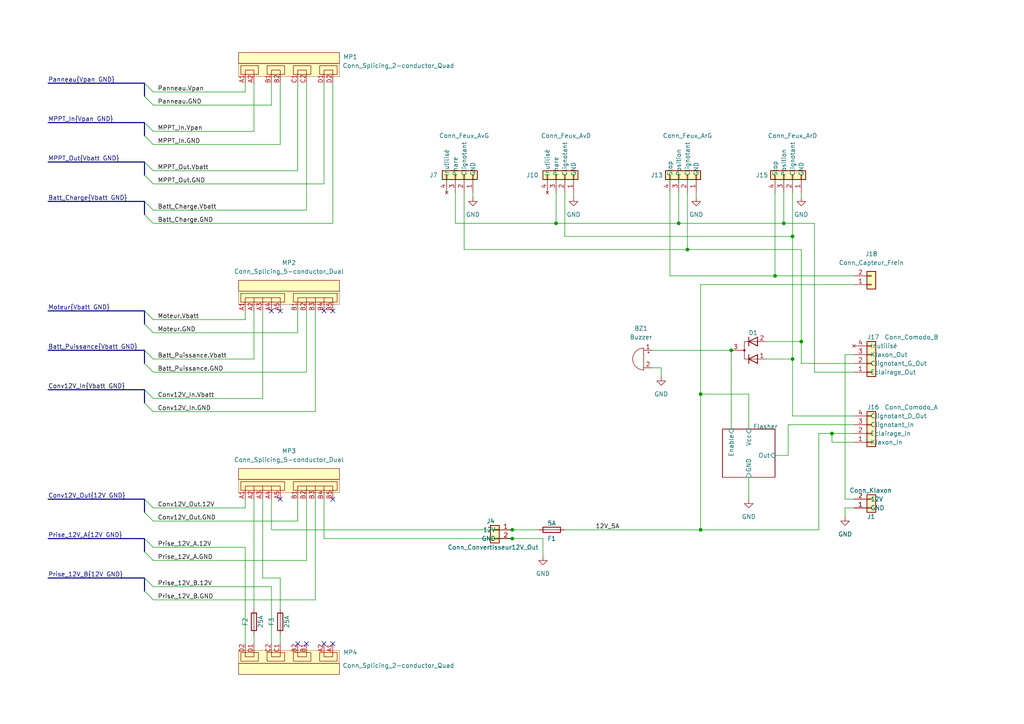
<source format=kicad_sch>
(kicad_sch (version 20211123) (generator eeschema)
  (paper "A4")
  (title_block (title "Boitier électrique vhéliotech") (date "2025-01-08") (company "Vélo solaire pour tous") (comment 1 "Licence CERN-OHL-S version 2"))
  (lib_symbols
    (symbol "Conn_Splicing_2-conductor_Quad_1"
      (property "Reference" "MP" (at 0.635 11.43 0))
      (property "Value" "Conn_Splicing_2-conductor_Quad_1" (at 1.27 -21.59 0))
      (symbol "Conn_Splicing_2-conductor_Quad_1_0_1"
        (rectangle (start -3.175 9.525) (end 0.635 -19.685) (stroke (width 0.01)) (fill (type background)))
        (rectangle (start -2.54 -13.97) (end 0 -19.05))
        (rectangle (start -2.54 -6.35) (end 0 -11.43))
        (rectangle (start -2.54 1.27) (end 0 -3.81))
        (rectangle (start -2.54 8.89) (end 0 3.81))
        (polyline (pts (xy -2.54 -15.24) (xy -1.27 -15.24) (xy -1.27 -17.78) (xy -2.54 -17.78)))
        (polyline (pts (xy -2.54 -7.62) (xy -1.27 -7.62) (xy -1.27 -10.16) (xy -2.54 -10.16)))
        (polyline (pts (xy -2.54 0) (xy -1.27 0) (xy -1.27 -2.54) (xy -2.54 -2.54)))
        (polyline (pts (xy -2.54 7.62) (xy -1.27 7.62) (xy -1.27 5.08) (xy -2.54 5.08)))
        (rectangle (start 0.635 9.525) (end 3.81 -19.685) (fill (type background)))
      )
      (symbol "Conn_Splicing_2-conductor_Quad_1_1_1"
        (pin passive line (at -5.08 7.62 0) (length 2.54) (name "") (number "A1"))
        (pin passive line (at -5.08 5.08 0) (length 2.54) (name "") (number "A2"))
        (pin passive line (at -5.08 0 0) (length 2.54) (name "") (number "B1"))
        (pin passive line (at -5.08 -2.54 0) (length 2.54) (name "") (number "B2"))
        (pin passive line (at -5.08 -7.62 0) (length 2.54) (name "") (number "C1"))
        (pin passive line (at -5.08 -10.16 0) (length 2.54) (name "") (number "C2"))
        (pin passive line (at -5.08 -15.24 0) (length 2.54) (name "") (number "D1"))
        (pin passive line (at -5.08 -17.78 0) (length 2.54) (name "") (number "D2"))
      )
    )
    (symbol "Conn_Splicing_5-conductor_Dual_1"
      (property "Reference" "MP" (at 0.635 11.43 0))
      (property "Value" "Conn_Splicing_5-conductor_Dual_1" (at 1.27 -21.59 0))
      (symbol "Conn_Splicing_5-conductor_Dual_1_0_1"
        (rectangle (start -3.175 9.525) (end 0.635 -19.685) (stroke (width 0.01)) (fill (type background)))
        (rectangle (start -2.54 -6.35) (end 0 -19.05))
        (rectangle (start -2.54 8.89) (end 0 -3.81))
        (polyline (pts (xy -1.27 -15.24) (xy -2.54 -15.24)))
        (polyline (pts (xy -1.27 -12.7) (xy -2.54 -12.7)))
        (polyline (pts (xy -1.27 -10.16) (xy -2.54 -10.16)))
        (polyline (pts (xy -1.27 0) (xy -2.54 0)))
        (polyline (pts (xy -1.27 2.54) (xy -2.54 2.54)))
        (polyline (pts (xy -1.27 5.08) (xy -2.54 5.08)))
        (polyline (pts (xy -2.54 -7.62) (xy -1.27 -7.62) (xy -1.27 -17.78) (xy -2.54 -17.78)))
        (polyline (pts (xy -2.54 7.62) (xy -1.27 7.62) (xy -1.27 -2.54) (xy -2.54 -2.54)))
        (rectangle (start 0.635 9.525) (end 3.81 -19.685) (fill (type background)))
      )
      (symbol "Conn_Splicing_5-conductor_Dual_1_1_1"
        (pin passive line (at -5.08 7.62 0) (length 2.54) (name "") (number "A1"))
        (pin passive line (at -5.08 5.08 0) (length 2.54) (name "") (number "A2"))
        (pin passive line (at -5.08 2.54 0) (length 2.54) (name "") (number "A3"))
        (pin passive line (at -5.08 0 0) (length 2.54) (name "") (number "A4"))
        (pin passive line (at -5.08 -2.54 0) (length 2.54) (name "") (number "A5"))
        (pin passive line (at -5.08 -7.62 0) (length 2.54) (name "") (number "B1"))
        (pin passive line (at -5.08 -10.16 0) (length 2.54) (name "") (number "B2"))
        (pin passive line (at -5.08 -12.7 0) (length 2.54) (name "") (number "B3"))
        (pin passive line (at -5.08 -15.24 0) (length 2.54) (name "") (number "B4"))
        (pin passive line (at -5.08 -17.78 0) (length 2.54) (name "") (number "B5"))
      )
    )
    (symbol "Connector_Generic:Conn_01x02" (pin_names (offset 1.016) hide)
      (property "Reference" "J" (at 0 2.54 0))
      (property "Value" "Conn_01x02" (at 0 -5.08 0))
      (symbol "Conn_01x02_1_1"
        (rectangle (start -1.27 -2.413) (end 0 -2.667) (stroke (width 0.1524)))
        (rectangle (start -1.27 0.127) (end 0 -0.127) (stroke (width 0.1524)))
        (rectangle (start -1.27 1.27) (end 1.27 -3.81) (stroke (width 0.254)) (fill (type background)))
        (pin passive line (at -5.08 0 0) (length 3.81) (name "Pin_1") (number "1"))
        (pin passive line (at -5.08 -2.54 0) (length 3.81) (name "Pin_2") (number "2"))
      )
    )
    (symbol "Device:Buzzer" (pin_names (offset 0.0254) hide)
      (property "Reference" "BZ" (at 3.81 1.27 0))
      (property "Value" "Buzzer" (at 3.81 -1.27 0))
      (symbol "Buzzer_0_1"
        (arc (start 0 -3.175) (mid 3.175 0) (end 0 3.175))
        (polyline (pts (xy -1.651 1.905) (xy -1.143 1.905)))
        (polyline (pts (xy -1.397 2.159) (xy -1.397 1.651)))
        (polyline (pts (xy 0 3.175) (xy 0 -3.175)))
      )
      (symbol "Buzzer_1_1"
        (pin passive line (at -2.54 2.54 0) (length 2.54) (name "-") (number "1"))
        (pin passive line (at -2.54 -2.54 0) (length 2.54) (name "+") (number "2"))
      )
    )
    (symbol "Device:D_Dual_CommonCathode_AAK_Parallel" (pin_names (offset 0.762) hide)
      (property "Reference" "D" (at 0 5.08 0))
      (property "Value" "D_Dual_CommonCathode_AAK_Parallel" (at 0 -5.08 0))
      (symbol "D_Dual_CommonCathode_AAK_Parallel_0_0"
        (polyline (pts (xy 0 -1.27) (xy 0 -3.81)) (stroke (width 0.254)))
        (polyline (pts (xy 0 1.27) (xy 0 3.81)) (stroke (width 0.254)))
      )
      (symbol "D_Dual_CommonCathode_AAK_Parallel_0_1"
        (polyline (pts (xy 1.27 0) (xy 2.54 0)))
        (polyline (pts (xy -2.54 -2.54) (xy 1.27 -2.54) (xy 1.27 2.54) (xy -2.54 2.54)))
        (polyline (pts (xy -2.54 -1.27) (xy 0 -2.54) (xy -2.54 -3.81) (xy -2.54 -1.27) (xy -2.54 -1.27) (xy -2.54 -1.27)) (stroke (width 0.254)))
        (polyline (pts (xy -2.54 3.81) (xy 0 2.54) (xy -2.54 1.27) (xy -2.54 3.81) (xy -2.54 3.81) (xy -2.54 3.81)) (stroke (width 0.254)))
        (circle (center 1.27 0) (radius 0.254) (fill (type outline)))
        (pin passive line (at -5.08 2.54 0) (length 2.54) (name "K") (number "1"))
        (pin passive line (at -5.08 -2.54 0) (length 2.54) (name "K") (number "2"))
        (pin passive line (at 5.08 0 180) (length 2.54) (name "A") (number "3"))
      )
    )
    (symbol "circuit:Conn_Comodo_A" (pin_names (offset 1.016))
      (property "Reference" "J" (at 0 5.08 0))
      (property "Value" "Conn_Comodo_A" (at 0 -7.62 0))
      (symbol "Conn_Comodo_A_1_1"
        (rectangle (start -1.27 -4.953) (end 0 -5.207) (stroke (width 0.1524)))
        (rectangle (start -1.27 -2.413) (end 0 -2.667) (stroke (width 0.1524)))
        (rectangle (start -1.27 0.127) (end 0 -0.127) (stroke (width 0.1524)))
        (rectangle (start -1.27 2.667) (end 0 2.413) (stroke (width 0.1524)))
        (rectangle (start -1.27 3.81) (end 1.27 -6.35) (stroke (width 0.254)) (fill (type background)))
        (pin passive line (at -5.08 2.54 0) (length 3.81) (name "Klaxon_In") (number "1"))
        (pin passive line (at -5.08 0 0) (length 3.81) (name "Eclairage_In") (number "2"))
        (pin passive line (at -5.08 -2.54 0) (length 3.81) (name "Clignotant_In") (number "3"))
        (pin passive line (at -5.08 -5.08 0) (length 3.81) (name "Clignotant_D_Out") (number "4"))
      )
    )
    (symbol "circuit:Conn_Comodo_B" (pin_names (offset 1.016))
      (property "Reference" "J" (at 0 5.08 0))
      (property "Value" "Conn_Comodo_B" (at 0 -7.62 0))
      (symbol "Conn_Comodo_B_1_1"
        (rectangle (start -1.27 -4.953) (end 0 -5.207) (stroke (width 0.1524)))
        (rectangle (start -1.27 -2.413) (end 0 -2.667) (stroke (width 0.1524)))
        (rectangle (start -1.27 0.127) (end 0 -0.127) (stroke (width 0.1524)))
        (rectangle (start -1.27 2.667) (end 0 2.413) (stroke (width 0.1524)))
        (rectangle (start -1.27 3.81) (end 1.27 -6.35) (stroke (width 0.254)) (fill (type background)))
        (pin passive line (at -5.08 2.54 0) (length 3.81) (name "Eclairage_Out") (number "1"))
        (pin passive line (at -5.08 0 0) (length 3.81) (name "Clignotant_G_Out") (number "2"))
        (pin passive line (at -5.08 -2.54 0) (length 3.81) (name "Klaxon_Out") (number "3"))
        (pin no_connect line (at -5.08 -5.08 0) (length 3.81) (name "Inutilisé") (number "4"))
      )
    )
    (symbol "circuit:Conn_Convertisseur12V_Out" (pin_names (offset 1.016))
      (property "Reference" "J" (at 0 2.54 0))
      (property "Value" "Conn_Convertisseur12V_Out" (at 0 -5.08 0))
      (symbol "Conn_Convertisseur12V_Out_1_1"
        (rectangle (start -1.27 -2.413) (end 0 -2.667) (stroke (width 0.1524)))
        (rectangle (start -1.27 0.127) (end 0 -0.127) (stroke (width 0.1524)))
        (rectangle (start -1.27 1.27) (end 1.27 -3.81) (stroke (width 0.254)) (fill (type background)))
        (pin power_out line (at -5.08 0 0) (length 3.81) (name "12V") (number "1"))
        (pin power_out line (at -5.08 -2.54 0) (length 3.81) (name "GND") (number "2"))
      )
    )
    (symbol "circuit:Conn_Feux_Arriere" (pin_names (offset 1.016))
      (property "Reference" "J" (at 0 5.08 0))
      (property "Value" "Conn_Feux_Arriere" (at 0 -7.62 0))
      (symbol "Conn_Feux_Arriere_1_1"
        (rectangle (start -1.27 -4.953) (end 0 -5.207) (stroke (width 0.1524)))
        (rectangle (start -1.27 -2.413) (end 0 -2.667) (stroke (width 0.1524)))
        (rectangle (start -1.27 0.127) (end 0 -0.127) (stroke (width 0.1524)))
        (rectangle (start -1.27 2.667) (end 0 2.413) (stroke (width 0.1524)))
        (rectangle (start -1.27 3.81) (end 1.27 -6.35) (stroke (width 0.254)) (fill (type background)))
        (pin power_in line (at -5.08 2.54 0) (length 3.81) (name "GND") (number "1"))
        (pin passive line (at -5.08 0 0) (length 3.81) (name "Clignotant") (number "2"))
        (pin passive line (at -5.08 -2.54 0) (length 3.81) (name "Position") (number "3"))
        (pin passive line (at -5.08 -5.08 0) (length 3.81) (name "Stop") (number "4"))
      )
    )
    (symbol "circuit:Conn_Feux_Avant" (pin_names (offset 1.016))
      (property "Reference" "J" (at 0 5.08 0))
      (property "Value" "Conn_Feux_Avant" (at 0 -7.62 0))
      (symbol "Conn_Feux_Avant_1_1"
        (rectangle (start -1.27 -4.953) (end 0 -5.207) (stroke (width 0.1524)))
        (rectangle (start -1.27 -2.413) (end 0 -2.667) (stroke (width 0.1524)))
        (rectangle (start -1.27 0.127) (end 0 -0.127) (stroke (width 0.1524)))
        (rectangle (start -1.27 2.667) (end 0 2.413) (stroke (width 0.1524)))
        (rectangle (start -1.27 3.81) (end 1.27 -6.35) (stroke (width 0.254)) (fill (type background)))
        (pin power_in line (at -5.08 2.54 0) (length 3.81) (name "GND") (number "1"))
        (pin passive line (at -5.08 0 0) (length 3.81) (name "Clignotant") (number "2"))
        (pin passive line (at -5.08 -2.54 0) (length 3.81) (name "Phare") (number "3"))
        (pin no_connect line (at -5.08 -5.08 0) (length 3.81) (name "Inutilisé") (number "4"))
      )
    )
    (symbol "circuit:Conn_Klaxon" (pin_names (offset 1.016))
      (property "Reference" "J" (at 0 2.54 0))
      (property "Value" "Conn_Klaxon" (at 0 -5.08 0))
      (symbol "Conn_Klaxon_1_1"
        (rectangle (start -1.27 -2.413) (end 0 -2.667) (stroke (width 0.1524)))
        (rectangle (start -1.27 0.127) (end 0 -0.127) (stroke (width 0.1524)))
        (rectangle (start -1.27 1.27) (end 1.27 -3.81) (stroke (width 0.254)) (fill (type background)))
        (pin power_in line (at -5.08 0 0) (length 3.81) (name "GND") (number "1"))
        (pin passive line (at -5.08 -2.54 0) (length 3.81) (name "12V") (number "2"))
      )
    )
    (symbol "circuit:Conn_Splicing_2-conductor_Quad"
      (property "Reference" "MP" (at 0.635 11.43 0))
      (property "Value" "Conn_Splicing_2-conductor_Quad" (at 1.27 -21.59 0))
      (symbol "Conn_Splicing_2-conductor_Quad_0_1"
        (rectangle (start -3.175 9.525) (end 0.635 -19.685) (stroke (width 0.01)) (fill (type background)))
        (rectangle (start -2.54 -13.97) (end 0 -19.05))
        (rectangle (start -2.54 -6.35) (end 0 -11.43))
        (rectangle (start -2.54 1.27) (end 0 -3.81))
        (rectangle (start -2.54 8.89) (end 0 3.81))
        (polyline (pts (xy -2.54 -15.24) (xy -1.27 -15.24) (xy -1.27 -17.78) (xy -2.54 -17.78)))
        (polyline (pts (xy -2.54 -7.62) (xy -1.27 -7.62) (xy -1.27 -10.16) (xy -2.54 -10.16)))
        (polyline (pts (xy -2.54 0) (xy -1.27 0) (xy -1.27 -2.54) (xy -2.54 -2.54)))
        (polyline (pts (xy -2.54 7.62) (xy -1.27 7.62) (xy -1.27 5.08) (xy -2.54 5.08)))
        (rectangle (start 0.635 9.525) (end 3.81 -19.685) (fill (type background)))
      )
      (symbol "Conn_Splicing_2-conductor_Quad_1_1"
        (pin passive line (at -5.08 7.62 0) (length 2.54) (name "") (number "A1"))
        (pin passive line (at -5.08 5.08 0) (length 2.54) (name "") (number "A2"))
        (pin passive line (at -5.08 0 0) (length 2.54) (name "") (number "B1"))
        (pin passive line (at -5.08 -2.54 0) (length 2.54) (name "") (number "B2"))
        (pin passive line (at -5.08 -7.62 0) (length 2.54) (name "") (number "C1"))
        (pin passive line (at -5.08 -10.16 0) (length 2.54) (name "") (number "C2"))
        (pin passive line (at -5.08 -15.24 0) (length 2.54) (name "") (number "D1"))
        (pin passive line (at -5.08 -17.78 0) (length 2.54) (name "") (number "D2"))
      )
    )
    (symbol "circuit:Conn_Splicing_5-conductor_Dual"
      (property "Reference" "MP" (at 0.635 11.43 0))
      (property "Value" "Conn_Splicing_5-conductor_Dual" (at 1.27 -21.59 0))
      (symbol "Conn_Splicing_5-conductor_Dual_0_1"
        (rectangle (start -3.175 9.525) (end 0.635 -19.685) (stroke (width 0.01)) (fill (type background)))
        (rectangle (start -2.54 -6.35) (end 0 -19.05))
        (rectangle (start -2.54 8.89) (end 0 -3.81))
        (polyline (pts (xy -1.27 -15.24) (xy -2.54 -15.24)))
        (polyline (pts (xy -1.27 -12.7) (xy -2.54 -12.7)))
        (polyline (pts (xy -1.27 -10.16) (xy -2.54 -10.16)))
        (polyline (pts (xy -1.27 0) (xy -2.54 0)))
        (polyline (pts (xy -1.27 2.54) (xy -2.54 2.54)))
        (polyline (pts (xy -1.27 5.08) (xy -2.54 5.08)))
        (polyline (pts (xy -2.54 -7.62) (xy -1.27 -7.62) (xy -1.27 -17.78) (xy -2.54 -17.78)))
        (polyline (pts (xy -2.54 7.62) (xy -1.27 7.62) (xy -1.27 -2.54) (xy -2.54 -2.54)))
        (rectangle (start 0.635 9.525) (end 3.81 -19.685) (fill (type background)))
      )
      (symbol "Conn_Splicing_5-conductor_Dual_1_1"
        (pin passive line (at -5.08 7.62 0) (length 2.54) (name "") (number "A1"))
        (pin passive line (at -5.08 5.08 0) (length 2.54) (name "") (number "A2"))
        (pin passive line (at -5.08 2.54 0) (length 2.54) (name "") (number "A3"))
        (pin passive line (at -5.08 0 0) (length 2.54) (name "") (number "A4"))
        (pin passive line (at -5.08 -2.54 0) (length 2.54) (name "") (number "A5"))
        (pin passive line (at -5.08 -7.62 0) (length 2.54) (name "") (number "B1"))
        (pin passive line (at -5.08 -10.16 0) (length 2.54) (name "") (number "B2"))
        (pin passive line (at -5.08 -12.7 0) (length 2.54) (name "") (number "B3"))
        (pin passive line (at -5.08 -15.24 0) (length 2.54) (name "") (number "B4"))
        (pin passive line (at -5.08 -17.78 0) (length 2.54) (name "") (number "B5"))
      )
    )
    (symbol "circuit:Fuse" (pin_numbers hide) (pin_names (offset 0))
      (property "Reference" "F" (at 2.032 0 90))
      (property "Value" "Fuse" (at -1.905 0 90))
      (symbol "Fuse_0_1"
        (rectangle (start -0.762 -2.54) (end 0.762 2.54) (stroke (width 0.254)))
        (polyline (pts (xy 0 2.54) (xy 0 -2.54)))
      )
      (symbol "Fuse_1_1"
        (pin passive line (at 0 3.81 270) (length 1.27) (name "~") (number "1"))
        (pin passive line (at 0 -3.81 90) (length 1.27) (name "~") (number "2"))
      )
    )
    (symbol "power:GND" (power) (pin_names (offset 0))
      (property "Value" "GND" (at 0 -3.81 0))
      (symbol "GND_0_1"
        (polyline (pts (xy 0 0) (xy 0 -1.27) (xy 1.27 -1.27) (xy 0 -2.54) (xy -1.27 -1.27) (xy 0 -1.27)))
      )
      (symbol "GND_1_1"
        (pin power_in line (at 0 0 270) (length 0) hide (name "GND") (number "1"))
      )
    )
  )
  (junction (at 148.59 156.21))
  (junction (at 199.39 72.39))
  (junction (at 161.29 64.77))
  (junction (at 196.85 64.77))
  (junction (at 224.79 80.01))
  (junction (at 241.3 125.73))
  (junction (at 229.87 104.14))
  (junction (at 212.09 101.6))
  (junction (at 203.2 114.3))
  (junction (at 227.33 64.77))
  (junction (at 229.87 68.58))
  (junction (at 203.2 153.67))
  (junction (at 148.59 153.67))
  (junction (at 232.41 99.06))
  (no_connect (at 96.52 186.69))
  (no_connect (at 93.98 90.17))
  (no_connect (at 96.52 144.78))
  (no_connect (at 96.52 90.17))
  (no_connect (at 78.74 90.17))
  (no_connect (at 88.9 186.69))
  (no_connect (at 93.98 186.69))
  (no_connect (at 86.36 186.69))
  (no_connect (at 81.28 144.78))
  (no_connect (at 81.28 90.17))
  (bus_entry (at 41.91 35.56) (size 2.54 2.54))
  (bus_entry (at 41.91 105.41) (size 2.54 2.54))
  (bus_entry (at 41.91 144.78) (size 2.54 2.54))
  (bus_entry (at 41.91 58.42) (size 2.54 2.54))
  (bus_entry (at 41.91 116.84) (size 2.54 2.54))
  (bus_entry (at 41.91 62.23) (size 2.54 2.54))
  (bus_entry (at 41.91 24.13) (size 2.54 2.54))
  (bus_entry (at 41.91 50.8) (size 2.54 2.54))
  (bus_entry (at 41.91 167.64) (size 2.54 2.54))
  (bus_entry (at 41.91 46.99) (size 2.54 2.54))
  (bus_entry (at 41.91 156.21) (size 2.54 2.54))
  (bus_entry (at 41.91 93.98) (size 2.54 2.54))
  (bus_entry (at 41.91 113.03) (size 2.54 2.54))
  (bus_entry (at 41.91 171.45) (size 2.54 2.54))
  (bus_entry (at 41.91 90.17) (size 2.54 2.54))
  (bus_entry (at 41.91 148.59) (size 2.54 2.54))
  (bus_entry (at 41.91 27.94) (size 2.54 2.54))
  (bus_entry (at 41.91 160.02) (size 2.54 2.54))
  (bus_entry (at 41.91 101.6) (size 2.54 2.54))
  (bus_entry (at 41.91 39.37) (size 2.54 2.54))
  (wire (pts (xy 189.23 101.6) (xy 212.09 101.6)))
  (wire (pts (xy 217.17 138.43) (xy 217.17 144.78)))
  (wire (pts (xy 71.12 147.32) (xy 71.12 144.78)))
  (wire (pts (xy 247.65 147.32) (xy 245.11 147.32)))
  (bus (pts (xy 41.91 35.56) (xy 41.91 39.37)))
  (wire (pts (xy 88.9 162.56) (xy 88.9 144.78)))
  (wire (pts (xy 228.6 123.19) (xy 228.6 132.08)))
  (wire (pts (xy 222.25 99.06) (xy 232.41 99.06)))
  (wire (pts (xy 245.11 102.87) (xy 245.11 144.78)))
  (wire (pts (xy 161.29 64.77) (xy 132.08 64.77)))
  (bus (pts (xy 13.97 24.13) (xy 41.91 24.13)))
  (wire (pts (xy 44.45 162.56) (xy 88.9 162.56)))
  (bus (pts (xy 41.91 144.78) (xy 41.91 148.59)))
  (wire (pts (xy 44.45 158.75) (xy 71.12 158.75)))
  (wire (pts (xy 227.33 55.88) (xy 227.33 64.77)))
  (wire (pts (xy 44.45 170.18) (xy 78.74 170.18)))
  (wire (pts (xy 199.39 55.88) (xy 199.39 72.39)))
  (wire (pts (xy 88.9 60.96) (xy 88.9 24.13)))
  (wire (pts (xy 229.87 68.58) (xy 163.83 68.58)))
  (wire (pts (xy 44.45 147.32) (xy 71.12 147.32)))
  (wire (pts (xy 73.66 144.78) (xy 73.66 176.53)))
  (wire (pts (xy 237.49 153.67) (xy 237.49 125.73)))
  (wire (pts (xy 81.28 167.64) (xy 81.28 176.53)))
  (wire (pts (xy 44.45 30.48) (xy 78.74 30.48)))
  (wire (pts (xy 137.16 55.88) (xy 137.16 57.15)))
  (wire (pts (xy 161.29 55.88) (xy 161.29 64.77)))
  (wire (pts (xy 241.3 128.27) (xy 241.3 125.73)))
  (wire (pts (xy 44.45 26.67) (xy 71.12 26.67)))
  (wire (pts (xy 71.12 92.71) (xy 71.12 90.17)))
  (wire (pts (xy 245.11 144.78) (xy 247.65 144.78)))
  (wire (pts (xy 86.36 96.52) (xy 86.36 90.17)))
  (wire (pts (xy 247.65 120.65) (xy 229.87 120.65)))
  (wire (pts (xy 91.44 173.99) (xy 91.44 144.78)))
  (bus (pts (xy 13.97 144.78) (xy 41.91 144.78)))
  (wire (pts (xy 78.74 186.69) (xy 78.74 170.18)))
  (bus (pts (xy 13.97 156.21) (xy 41.91 156.21)))
  (wire (pts (xy 203.2 114.3) (xy 217.17 114.3)))
  (bus (pts (xy 13.97 58.42) (xy 41.91 58.42)))
  (bus (pts (xy 13.97 35.56) (xy 41.91 35.56)))
  (wire (pts (xy 73.66 184.15) (xy 73.66 186.69)))
  (wire (pts (xy 247.65 80.01) (xy 224.79 80.01)))
  (wire (pts (xy 203.2 114.3) (xy 203.2 153.67)))
  (wire (pts (xy 224.79 80.01) (xy 224.79 55.88)))
  (wire (pts (xy 148.59 156.21) (xy 157.48 156.21)))
  (wire (pts (xy 163.83 153.67) (xy 203.2 153.67)))
  (wire (pts (xy 191.77 109.22) (xy 191.77 106.68)))
  (wire (pts (xy 201.93 55.88) (xy 201.93 57.15)))
  (wire (pts (xy 236.22 64.77) (xy 236.22 107.95)))
  (wire (pts (xy 81.28 184.15) (xy 81.28 186.69)))
  (wire (pts (xy 78.74 30.48) (xy 78.74 24.13)))
  (wire (pts (xy 78.74 153.67) (xy 78.74 144.78)))
  (wire (pts (xy 44.45 53.34) (xy 93.98 53.34)))
  (wire (pts (xy 194.31 80.01) (xy 194.31 55.88)))
  (wire (pts (xy 229.87 104.14) (xy 229.87 120.65)))
  (wire (pts (xy 228.6 123.19) (xy 247.65 123.19)))
  (wire (pts (xy 134.62 72.39) (xy 134.62 55.88)))
  (wire (pts (xy 245.11 102.87) (xy 247.65 102.87)))
  (wire (pts (xy 222.25 104.14) (xy 229.87 104.14)))
  (bus (pts (xy 13.97 113.03) (xy 41.91 113.03)))
  (bus (pts (xy 41.91 101.6) (xy 41.91 105.41)))
  (bus (pts (xy 41.91 46.99) (xy 41.91 50.8)))
  (wire (pts (xy 88.9 107.95) (xy 88.9 90.17)))
  (wire (pts (xy 212.09 101.6) (xy 212.09 124.46)))
  (bus (pts (xy 41.91 24.13) (xy 41.91 27.94)))
  (wire (pts (xy 86.36 151.13) (xy 86.36 144.78)))
  (wire (pts (xy 44.45 107.95) (xy 88.9 107.95)))
  (wire (pts (xy 76.2 144.78) (xy 76.2 167.64)))
  (wire (pts (xy 232.41 99.06) (xy 232.41 105.41)))
  (wire (pts (xy 203.2 82.55) (xy 247.65 82.55)))
  (wire (pts (xy 86.36 49.53) (xy 86.36 24.13)))
  (wire (pts (xy 148.59 153.67) (xy 78.74 153.67)))
  (wire (pts (xy 44.45 41.91) (xy 81.28 41.91)))
  (wire (pts (xy 237.49 125.73) (xy 241.3 125.73)))
  (wire (pts (xy 76.2 115.57) (xy 76.2 90.17)))
  (wire (pts (xy 161.29 64.77) (xy 196.85 64.77)))
  (wire (pts (xy 196.85 55.88) (xy 196.85 64.77)))
  (wire (pts (xy 93.98 156.21) (xy 93.98 144.78)))
  (wire (pts (xy 81.28 41.91) (xy 81.28 24.13)))
  (wire (pts (xy 203.2 82.55) (xy 203.2 114.3)))
  (bus (pts (xy 41.91 167.64) (xy 41.91 171.45)))
  (wire (pts (xy 44.45 119.38) (xy 91.44 119.38)))
  (wire (pts (xy 73.66 104.14) (xy 73.66 90.17)))
  (wire (pts (xy 44.45 64.77) (xy 96.52 64.77)))
  (wire (pts (xy 241.3 125.73) (xy 247.65 125.73)))
  (wire (pts (xy 44.45 151.13) (xy 86.36 151.13)))
  (wire (pts (xy 199.39 72.39) (xy 134.62 72.39)))
  (wire (pts (xy 247.65 128.27) (xy 241.3 128.27)))
  (wire (pts (xy 44.45 49.53) (xy 86.36 49.53)))
  (wire (pts (xy 91.44 119.38) (xy 91.44 90.17)))
  (wire (pts (xy 44.45 115.57) (xy 76.2 115.57)))
  (wire (pts (xy 157.48 156.21) (xy 157.48 161.29)))
  (wire (pts (xy 232.41 72.39) (xy 232.41 99.06)))
  (wire (pts (xy 245.11 147.32) (xy 245.11 149.86)))
  (wire (pts (xy 73.66 38.1) (xy 73.66 24.13)))
  (wire (pts (xy 203.2 153.67) (xy 237.49 153.67)))
  (wire (pts (xy 224.79 80.01) (xy 194.31 80.01)))
  (wire (pts (xy 163.83 68.58) (xy 163.83 55.88)))
  (wire (pts (xy 44.45 92.71) (xy 71.12 92.71)))
  (wire (pts (xy 71.12 26.67) (xy 71.12 24.13)))
  (bus (pts (xy 13.97 167.64) (xy 41.91 167.64)))
  (wire (pts (xy 236.22 107.95) (xy 247.65 107.95)))
  (wire (pts (xy 44.45 60.96) (xy 88.9 60.96)))
  (wire (pts (xy 44.45 96.52) (xy 86.36 96.52)))
  (bus (pts (xy 41.91 90.17) (xy 41.91 93.98)))
  (wire (pts (xy 229.87 68.58) (xy 229.87 104.14)))
  (wire (pts (xy 44.45 173.99) (xy 91.44 173.99)))
  (wire (pts (xy 96.52 64.77) (xy 96.52 24.13)))
  (bus (pts (xy 13.97 46.99) (xy 41.91 46.99)))
  (bus (pts (xy 13.97 101.6) (xy 41.91 101.6)))
  (wire (pts (xy 199.39 72.39) (xy 232.41 72.39)))
  (bus (pts (xy 41.91 58.42) (xy 41.91 62.23)))
  (wire (pts (xy 229.87 55.88) (xy 229.87 68.58)))
  (wire (pts (xy 166.37 55.88) (xy 166.37 57.15)))
  (wire (pts (xy 44.45 104.14) (xy 73.66 104.14)))
  (bus (pts (xy 41.91 156.21) (xy 41.91 160.02)))
  (wire (pts (xy 224.79 132.08) (xy 228.6 132.08)))
  (bus (pts (xy 13.97 90.17) (xy 41.91 90.17)))
  (wire (pts (xy 191.77 106.68) (xy 189.23 106.68)))
  (wire (pts (xy 232.41 105.41) (xy 247.65 105.41)))
  (wire (pts (xy 232.41 55.88) (xy 232.41 57.15)))
  (wire (pts (xy 44.45 38.1) (xy 73.66 38.1)))
  (wire (pts (xy 217.17 114.3) (xy 217.17 124.46)))
  (wire (pts (xy 196.85 64.77) (xy 227.33 64.77)))
  (wire (pts (xy 76.2 167.64) (xy 81.28 167.64)))
  (wire (pts (xy 148.59 156.21) (xy 93.98 156.21)))
  (wire (pts (xy 227.33 64.77) (xy 236.22 64.77)))
  (bus (pts (xy 41.91 113.03) (xy 41.91 116.84)))
  (wire (pts (xy 71.12 186.69) (xy 71.12 158.75)))
  (wire (pts (xy 148.59 153.67) (xy 156.21 153.67)))
  (wire (pts (xy 132.08 64.77) (xy 132.08 55.88)))
  (wire (pts (xy 93.98 53.34) (xy 93.98 24.13)))
  (label "Panneau.Vpan" (at 45.72 26.67 0))
  (label "Panneau.GND" (at 45.72 30.48 0))
  (label "Conv12V_In.Vbatt" (at 45.72 115.57 0))
  (label "Batt_Charge{Vbatt GND}" (at 13.97 58.42 0))
  (label "MPPT_Out{Vbatt GND}" (at 13.97 46.99 0))
  (label "Moteur.GND" (at 45.72 96.52 0))
  (label "Batt_Puissance.Vbatt" (at 45.72 104.14 0))
  (label "Panneau{Vpan GND}" (at 13.97 24.13 0))
  (label "Moteur.Vbatt" (at 45.72 92.71 0))
  (label "Conv12V_Out.GND" (at 45.72 151.13 0))
  (label "Batt_Charge.GND" (at 45.72 64.77 0))
  (label "Conv12V_Out{12V GND}" (at 13.97 144.78 0))
  (label "MPPT_In{Vpan GND}" (at 13.97 35.56 0))
  (label "Batt_Charge.Vbatt" (at 45.72 60.96 0))
  (label "Prise_12V_B{12V GND}" (at 13.97 167.64 0))
  (label "Conv12V_In{Vbatt GND}" (at 13.97 113.03 0))
  (label "Prise_12V_A.GND" (at 45.72 162.56 0))
  (label "MPPT_In.GND" (at 45.72 41.91 0))
  (label "12V_5A" (at 172.72 153.67 0))
  (label "Batt_Puissance.GND" (at 45.72 107.95 0))
  (label "Conv12V_In.GND" (at 45.72 119.38 0))
  (label "Batt_Puissance{Vbatt GND}" (at 13.97 101.6 0))
  (label "Prise_12V_A.12V" (at 45.72 158.75 0))
  (label "Moteur{Vbatt GND}" (at 13.97 90.17 0))
  (label "Prise_12V_A{12V GND}" (at 13.97 156.21 0))
  (label "Prise_12V_B.12V" (at 45.72 170.18 0))
  (label "MPPT_Out.GND" (at 45.72 53.34 0))
  (label "MPPT_Out.Vbatt" (at 45.72 49.53 0))
  (label "MPPT_In.Vpan" (at 45.72 38.1 0))
  (label "Conv12V_Out.12V" (at 45.72 147.32 0))
  (label "Prise_12V_B.GND" (at 45.72 173.99 0))
  (symbol (lib_id "power:GND") (at 245.11 149.86 0) (unit 1)
    (property "Reference" "#PWR0102" (effects hide))
    (property "Value" "GND" (at 245.11 154.94 0))
  )
  (symbol (lib_id "power:GND") (at 157.48 161.29 0) (unit 1)
    (property "Reference" "#PWR0107" (effects hide))
    (property "Value" "GND" (at 157.48 166.37 0))
  )
  (symbol (lib_id "circuit:Conn_Feux_Avant") (at 163.83 50.8 270) (mirror x) (unit 1)
    (property "Reference" "J10" (at 156.21 50.8 90) (effects (justify right)))
    (property "Value" "Conn_Feux_AvD" (at 171.45 39.37 90) (effects (justify right)))
    (property "Footprint" "circuit:Generic_HeaderSocket_1x04_P5.08mm_Vertical_Open" (effects hide))
  )
  (symbol (lib_id "circuit:Fuse") (at 73.66 180.34 180) (unit 1) (on_board no)
    (property "Reference" "F2" (at 71.12 180.34 90))
    (property "Value" "25A" (at 75.565 180.34 90))
    (property "Footprint" "circuit:Littelfuse_FuseHolder_FL1_178.6764.0001" (effects hide))
  )
  (symbol (lib_id "circuit:Conn_Klaxon") (at 252.73 147.32 0) (mirror x) (unit 1)
    (property "Reference" "J1" (at 251.46 149.86 0) (effects (justify left)))
    (property "Value" "Conn_Klaxon" (at 246.38 142.24 0) (effects (justify left)))
    (property "Footprint" "circuit:Generic_HeaderSocket_1x02_P5.08mm_Vertical_Open" (effects hide))
  )
  (symbol (lib_id "power:GND") (at 232.41 57.15 0) (unit 1)
    (property "Reference" "#PWR0103" (effects hide))
    (property "Value" "GND" (at 232.41 62.23 0))
  )
  (symbol (lib_id "circuit:Conn_Splicing_5-conductor_Dual") (at 78.74 85.09 90) (unit 1)
    (property "Reference" "MP2" (at 83.82 76.2 90))
    (property "Value" "Conn_Splicing_5-conductor_Dual" (at 83.82 78.74 90))
    (property "Footprint" "circuit:Wago_221-500_SplicingConnectorHolder" (effects hide))
  )
  (symbol (lib_id "circuit:Conn_Feux_Arriere") (at 199.39 50.8 270) (mirror x) (unit 1)
    (property "Reference" "J13" (at 190.5 50.8 90))
    (property "Value" "Conn_Feux_ArG" (at 199.39 39.37 90))
    (property "Footprint" "circuit:Generic_HeaderSocket_1x04_P5.08mm_Vertical_Open" (effects hide))
  )
  (symbol (lib_id "Device:Buzzer") (at 186.69 104.14 0) (mirror y) (unit 1)
    (property "Reference" "BZ1" (at 185.928 95.25 0))
    (property "Value" "Buzzer" (at 185.928 97.79 0))
    (property "Footprint" "Buzzer_Beeper:Buzzer_15x7.5RM7.6" (effects hide))
  )
  (symbol (lib_id "circuit:Conn_Convertisseur12V_Out") (at 143.51 153.67 0) (mirror y) (unit 1)
    (property "Reference" "J4" (at 143.51 151.13 0) (effects (justify left)))
    (property "Value" "Conn_Convertisseur12V_Out" (at 156.21 158.75 0) (effects (justify left)))
    (property "Footprint" "circuit:Generic_HeaderSocket_1x02_P5.08mm_Vertical_Open" (effects hide))
  )
  (symbol (lib_name "Conn_Splicing_2-conductor_Quad_1") (lib_id "circuit:Conn_Splicing_2-conductor_Quad") (at 78.74 19.05 90) (unit 1)
    (property "Reference" "MP1" (at 101.6 16.51 90))
    (property "Value" "Conn_Splicing_2-conductor_Quad" (at 115.57 19.05 90))
    (property "Footprint" "circuit:Wago_221-500_SplicingConnectorHolder" (effects hide))
  )
  (symbol (lib_id "circuit:Conn_Comodo_A") (at 252.73 125.73 0) (mirror x) (unit 1)
    (property "Reference" "J16" (at 251.46 118.11 0) (effects (justify left)))
    (property "Value" "Conn_Comodo_A" (at 256.54 118.11 0) (effects (justify left)))
    (property "Footprint" "circuit:Generic_HeaderSocket_1x04_P5.08mm_Vertical_Open" (effects hide))
  )
  (symbol (lib_name "Conn_Splicing_5-conductor_Dual_1") (lib_id "circuit:Conn_Splicing_5-conductor_Dual") (at 78.74 139.7 90) (unit 1)
    (property "Reference" "MP3" (at 83.82 130.81 90))
    (property "Value" "Conn_Splicing_5-conductor_Dual" (at 83.82 133.35 90))
    (property "Footprint" "circuit:Wago_221-500_SplicingConnectorHolder" (effects hide))
  )
  (symbol (lib_id "power:GND") (at 191.77 109.22 0) (unit 1)
    (property "Reference" "#PWR01" (effects hide))
    (property "Value" "GND" (at 191.77 114.3 0))
  )
  (symbol (lib_id "circuit:Conn_Comodo_B") (at 252.73 105.41 0) (mirror x) (unit 1)
    (property "Reference" "J17" (at 251.46 97.79 0) (effects (justify left)))
    (property "Value" "Conn_Comodo_B" (at 256.54 97.79 0) (effects (justify left)))
    (property "Footprint" "circuit:Generic_HeaderSocket_1x04_P5.08mm_Vertical_Open" (effects hide))
  )
  (symbol (lib_id "circuit:Fuse") (at 160.02 153.67 270) (unit 1)
    (property "Reference" "F1" (at 160.02 156.21 90))
    (property "Value" "5A" (at 160.02 151.765 90))
    (property "Footprint" "circuit:Littelfuse_FuseHolder_FL1_178.6764.0001" (effects hide))
  )
  (symbol (lib_id "circuit:Fuse") (at 81.28 180.34 180) (unit 1) (on_board no)
    (property "Reference" "F3" (at 78.74 180.34 90))
    (property "Value" "25A" (at 83.185 180.34 90))
    (property "Footprint" "circuit:Littelfuse_FuseHolder_FL1_178.6764.0001" (effects hide))
  )
  (symbol (lib_id "power:GND") (at 201.93 57.15 0) (unit 1)
    (property "Reference" "#PWR0104" (effects hide))
    (property "Value" "GND" (at 201.93 62.23 0))
  )
  (symbol (lib_id "circuit:Conn_Feux_Arriere") (at 229.87 50.8 270) (mirror x) (unit 1)
    (property "Reference" "J15" (at 220.98 50.8 90))
    (property "Value" "Conn_Feux_ArD" (at 229.87 39.37 90))
    (property "Footprint" "circuit:Generic_HeaderSocket_1x04_P5.08mm_Vertical_Open" (effects hide))
  )
  (symbol (lib_id "circuit:Conn_Feux_Avant") (at 134.62 50.8 270) (mirror x) (unit 1)
    (property "Reference" "J7" (at 125.73 50.8 90))
    (property "Value" "Conn_Feux_AvG" (at 134.62 39.37 90))
    (property "Footprint" "circuit:Generic_HeaderSocket_1x04_P5.08mm_Vertical_Open" (effects hide))
  )
  (symbol (lib_id "power:GND") (at 166.37 57.15 0) (unit 1)
    (property "Reference" "#PWR0105" (effects hide))
    (property "Value" "GND" (at 166.37 62.23 0))
  )
  (symbol (lib_id "Device:D_Dual_CommonCathode_AAK_Parallel") (at 217.17 101.6 180) (unit 1)
    (property "Reference" "D1" (at 218.44 96.52 0))
    (property "Value" "D_Dual_CommonCathode_AAK_Parallel" (effects hide))
    (property "Footprint" "Package_TO_SOT_THT:TO-220-3_Vertical" (effects hide))
  )
  (symbol (lib_id "Connector_Generic:Conn_01x02") (at 252.73 82.55 0) (mirror x) (unit 1)
    (property "Reference" "J18" (at 252.73 73.66 0))
    (property "Value" "Conn_Capteur_Frein" (at 252.73 76.2 0))
    (property "Footprint" "circuit:Generic_HeaderSocket_1x02_P5.08mm_Vertical_Open" (effects hide))
  )
  (symbol (lib_id "power:GND") (at 137.16 57.15 0) (unit 1)
    (property "Reference" "#PWR0106" (effects hide))
    (property "Value" "GND" (at 137.16 62.23 0))
  )
  (symbol (lib_id "circuit:Conn_Splicing_2-conductor_Quad") (at 88.9 191.77 270) (unit 1)
    (property "Reference" "MP4" (at 101.6 189.23 90))
    (property "Value" "Conn_Splicing_2-conductor_Quad" (at 115.57 193.04 90))
    (property "Footprint" "circuit:Wago_221-500_SplicingConnectorHolder" (effects hide))
  )
  (symbol (lib_id "power:GND") (at 217.17 144.78 0) (unit 1)
    (property "Reference" "#PWR0101" (effects hide))
    (property "Value" "GND" (at 217.17 149.86 0))
  )
  (sheet (at 209.55 124.46) (size 15.24 13.97) (stroke (width 0.1524))
    (property "Sheet name" "Flasher" (at 218.44 124.46 0) (effects (justify left bottom)))
    (property "Sheet file" "flasher.kicad_sch" (effects hide))
    (pin "Vcc" input (at 217.17 124.46 90))
    (pin "GND" input (at 217.17 138.43 270))
    (pin "Out" input (at 224.79 132.08 0))
    (pin "Enable" input (at 212.09 124.46 90))
  )
)
</source>
